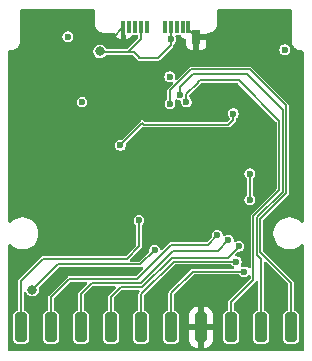
<source format=gbr>
%TF.GenerationSoftware,KiCad,Pcbnew,9.0.4*%
%TF.CreationDate,2025-09-16T12:11:03+02:00*%
%TF.ProjectId,rp2350_gpio_card,72703233-3530-45f6-9770-696f5f636172,X1*%
%TF.SameCoordinates,Original*%
%TF.FileFunction,Copper,L4,Bot*%
%TF.FilePolarity,Positive*%
%FSLAX46Y46*%
G04 Gerber Fmt 4.6, Leading zero omitted, Abs format (unit mm)*
G04 Created by KiCad (PCBNEW 9.0.4) date 2025-09-16 12:11:03*
%MOMM*%
%LPD*%
G01*
G04 APERTURE LIST*
G04 Aperture macros list*
%AMRoundRect*
0 Rectangle with rounded corners*
0 $1 Rounding radius*
0 $2 $3 $4 $5 $6 $7 $8 $9 X,Y pos of 4 corners*
0 Add a 4 corners polygon primitive as box body*
4,1,4,$2,$3,$4,$5,$6,$7,$8,$9,$2,$3,0*
0 Add four circle primitives for the rounded corners*
1,1,$1+$1,$2,$3*
1,1,$1+$1,$4,$5*
1,1,$1+$1,$6,$7*
1,1,$1+$1,$8,$9*
0 Add four rect primitives between the rounded corners*
20,1,$1+$1,$2,$3,$4,$5,0*
20,1,$1+$1,$4,$5,$6,$7,0*
20,1,$1+$1,$6,$7,$8,$9,0*
20,1,$1+$1,$8,$9,$2,$3,0*%
G04 Aperture macros list end*
%TA.AperFunction,SMDPad,CuDef*%
%ADD10R,0.380000X1.000000*%
%TD*%
%TA.AperFunction,SMDPad,CuDef*%
%ADD11R,0.700000X1.150000*%
%TD*%
%TA.AperFunction,ComponentPad*%
%ADD12C,0.600000*%
%TD*%
%TA.AperFunction,SMDPad,CuDef*%
%ADD13RoundRect,0.250000X-0.250000X1.000000X-0.250000X-1.000000X0.250000X-1.000000X0.250000X1.000000X0*%
%TD*%
%TA.AperFunction,ViaPad*%
%ADD14C,0.600000*%
%TD*%
%TA.AperFunction,ViaPad*%
%ADD15C,0.800000*%
%TD*%
%TA.AperFunction,Conductor*%
%ADD16C,0.152400*%
%TD*%
%TA.AperFunction,Conductor*%
%ADD17C,0.200000*%
%TD*%
G04 APERTURE END LIST*
D10*
%TO.P,P1,B1,GND*%
%TO.N,GND*%
X106305183Y-54186434D03*
%TO.P,P1,B2*%
%TO.N,N/C*%
X105805183Y-54186434D03*
%TO.P,P1,B3*%
X105305183Y-54186434D03*
%TO.P,P1,B4,VBUS*%
%TO.N,VBUS*%
X104805183Y-54186434D03*
%TO.P,P1,B5,VCONN*%
%TO.N,unconnected-(P1-VCONN-PadB5)*%
X104305183Y-54186434D03*
%TO.P,P1,B8*%
%TO.N,N/C*%
X102805183Y-54186434D03*
%TO.P,P1,B9,VBUS*%
%TO.N,VBUS*%
X102305183Y-54186434D03*
%TO.P,P1,B10*%
%TO.N,N/C*%
X101805183Y-54186434D03*
%TO.P,P1,B11*%
X101305183Y-54186434D03*
%TO.P,P1,B12,GND*%
%TO.N,GND*%
X100805183Y-54186434D03*
D11*
%TO.P,P1,S1,SHIELD*%
X106975183Y-55026434D03*
%TD*%
D12*
%TO.P,U1,61,GND*%
%TO.N,GND*%
X105380183Y-68171434D03*
X106755183Y-68171434D03*
X108130183Y-68171434D03*
X105380183Y-66796434D03*
X106755183Y-66796434D03*
X108130183Y-66796434D03*
X105380183Y-65421434D03*
X106755183Y-65421434D03*
X108130183Y-65421434D03*
%TD*%
D13*
%TO.P,J1,1,Pin_1*%
%TO.N,/QSPI_SS*%
X92125183Y-79600000D03*
%TO.P,J1,2,Pin_2*%
%TO.N,/GPIO9*%
X94665183Y-79600000D03*
%TO.P,J1,3,Pin_3*%
%TO.N,/GPIO10*%
X97205183Y-79600000D03*
%TO.P,J1,4,Pin_4*%
%TO.N,/GPIO11*%
X99745183Y-79600000D03*
%TO.P,J1,5,Pin_5*%
%TO.N,/GPIO12*%
X102285183Y-79600000D03*
%TO.P,J1,6,Pin_6*%
%TO.N,/GPIO13*%
X104825183Y-79600000D03*
%TO.P,J1,7,Pin_7*%
%TO.N,GND*%
X107365183Y-79600000D03*
%TO.P,J1,8,Pin_8*%
%TO.N,/GPIO27_ADC1*%
X109905183Y-79600000D03*
%TO.P,J1,9,Pin_9*%
%TO.N,/GPIO28_ADC2*%
X112445183Y-79600000D03*
%TO.P,J1,10,Pin_10*%
%TO.N,/GPIO29_ADC3*%
X114985183Y-79600000D03*
%TD*%
D14*
%TO.N,*%
X96090000Y-54990000D03*
X114460000Y-56080000D03*
X104710000Y-58370000D03*
X97300000Y-60530000D03*
%TO.N,+1V1*%
X110100000Y-61510000D03*
X100550000Y-64200000D03*
%TO.N,VBUS*%
X104805183Y-55220000D03*
D15*
X98800000Y-56246434D03*
D14*
%TO.N,/GPIO27_ADC1*%
X106140000Y-60530000D03*
%TO.N,/GPIO29_ADC3*%
X104755183Y-60670000D03*
%TO.N,/GPIO11*%
X110555183Y-72750000D03*
%TO.N,/QSPI_SS*%
X102130183Y-70540000D03*
%TO.N,/RUN*%
X111500000Y-66600000D03*
X111500000Y-68800000D03*
%TO.N,/GPIO10*%
X109680183Y-72205729D03*
%TO.N,/GPIO9*%
X108755502Y-71815683D03*
%TO.N,/GPIO28_ADC2*%
X105560000Y-59900000D03*
%TO.N,/GPIO0*%
X103434390Y-73064390D03*
D15*
X93100000Y-76400000D03*
D14*
%TO.N,/GPIO13*%
X111040000Y-74896434D03*
%TO.N,/GPIO12*%
X110370000Y-74046434D03*
D15*
%TO.N,GND*%
X97900000Y-55050000D03*
D14*
X103304724Y-72274724D03*
D15*
X96600000Y-70000000D03*
D14*
X109260000Y-61650000D03*
D15*
X109430000Y-55400000D03*
X112380000Y-57070000D03*
D14*
X103010000Y-59820000D03*
X106930000Y-60010000D03*
D15*
X98005183Y-69996434D03*
D14*
X101850000Y-62050000D03*
D15*
X92600000Y-65000000D03*
X93200000Y-68410000D03*
X113330000Y-75850000D03*
D14*
X115180000Y-67250000D03*
D15*
X106860000Y-57060000D03*
X92250000Y-67080000D03*
D14*
X100700000Y-62600000D03*
D15*
X99300000Y-70000000D03*
D14*
X113250000Y-64980000D03*
D15*
X97630183Y-57546434D03*
%TD*%
D16*
%TO.N,+1V1*%
X109670000Y-62440000D02*
X102547200Y-62440000D01*
X102547200Y-62440000D02*
X102407200Y-62300000D01*
X110100000Y-62010000D02*
X109670000Y-62440000D01*
X100550000Y-64150000D02*
X100550000Y-64200000D01*
X110100000Y-61510000D02*
X110100000Y-62010000D01*
X102407200Y-62300000D02*
X102400000Y-62300000D01*
X102400000Y-62300000D02*
X100550000Y-64150000D01*
X102407200Y-62300800D02*
X102407200Y-62300000D01*
%TO.N,VBUS*%
X104805183Y-55694817D02*
X104480000Y-56020000D01*
D17*
X102157706Y-56757706D02*
X102090000Y-56690000D01*
X102090000Y-56690000D02*
X101700000Y-56300000D01*
X102300000Y-55189634D02*
X102305183Y-55194817D01*
D16*
X104805183Y-54186434D02*
X104805183Y-55694817D01*
X102305183Y-54186434D02*
X102305183Y-54994817D01*
D17*
X103742294Y-56757706D02*
X102157706Y-56757706D01*
X98853566Y-56300000D02*
X98800000Y-56246434D01*
D16*
X102305183Y-54994817D02*
X102300000Y-55000000D01*
D17*
X101700000Y-56300000D02*
X98853566Y-56300000D01*
X102305183Y-55194817D02*
X101200000Y-56300000D01*
X102300000Y-55000000D02*
X102300000Y-55189634D01*
X103742294Y-56757706D02*
X104480000Y-56020000D01*
D16*
%TO.N,/GPIO27_ADC1*%
X107080000Y-58880000D02*
X107080000Y-58870000D01*
X109905183Y-77471434D02*
X109905183Y-80196434D01*
X107253566Y-58696434D02*
X110555183Y-58696434D01*
X113994383Y-62135634D02*
X113994383Y-68005617D01*
X107080000Y-58870000D02*
X107253566Y-58696434D01*
X111800000Y-70200000D02*
X111800000Y-75576617D01*
X111800000Y-75576617D02*
X109905183Y-77471434D01*
X113994383Y-68005617D02*
X111800000Y-70200000D01*
X106140000Y-60530000D02*
X106140000Y-59820000D01*
X106140000Y-59820000D02*
X107080000Y-58880000D01*
X110555183Y-58696434D02*
X113994383Y-62135634D01*
%TO.N,/GPIO29_ADC3*%
X111505183Y-57746434D02*
X114555183Y-60796434D01*
X112400000Y-70411288D02*
X112400000Y-73241251D01*
X104755183Y-59546434D02*
X106555183Y-57746434D01*
X112400000Y-73241251D02*
X114985183Y-75826434D01*
X106555183Y-57746434D02*
X111505183Y-57746434D01*
X114985183Y-75826434D02*
X114985183Y-80196434D01*
X114555183Y-60796434D02*
X114555183Y-68256105D01*
X104755183Y-60700000D02*
X104755183Y-60670000D01*
X114555183Y-68256105D02*
X112400000Y-70411288D01*
X104755183Y-60670000D02*
X104755183Y-59546434D01*
%TO.N,/GPIO11*%
X104906966Y-73693034D02*
X102403566Y-76196434D01*
X99745183Y-77006434D02*
X99745183Y-80196434D01*
X102403566Y-76196434D02*
X100555183Y-76196434D01*
X100555183Y-76196434D02*
X99745183Y-77006434D01*
X109633583Y-73693034D02*
X104906966Y-73693034D01*
X110555183Y-72771434D02*
X109633583Y-73693034D01*
%TO.N,/QSPI_SS*%
X92125183Y-75668728D02*
X92125183Y-80196434D01*
X101076617Y-73800000D02*
X93993911Y-73800000D01*
X93993911Y-73800000D02*
X92125183Y-75668728D01*
X102130183Y-70540000D02*
X102130183Y-72746434D01*
X102130183Y-72746434D02*
X101076617Y-73800000D01*
%TO.N,/RUN*%
X111500000Y-66570000D02*
X111500000Y-66600000D01*
X111500000Y-68800000D02*
X111500000Y-68272634D01*
X111500000Y-66600000D02*
X111500000Y-68800000D01*
%TO.N,/GPIO10*%
X97205183Y-76746434D02*
X97205183Y-80196434D01*
X109680183Y-72196434D02*
X109680183Y-72205729D01*
X109680183Y-72205729D02*
X108789478Y-73096434D01*
X108789478Y-73096434D02*
X105028720Y-73096434D01*
X105028720Y-73096434D02*
X102282120Y-75843034D01*
X98108583Y-75843034D02*
X97205183Y-76746434D01*
X102282120Y-75843034D02*
X98108583Y-75843034D01*
%TO.N,/GPIO9*%
X101955289Y-75500000D02*
X96201617Y-75500000D01*
X94665183Y-77036434D02*
X94665183Y-80196434D01*
X104855289Y-72600000D02*
X101955289Y-75500000D01*
X108755502Y-71815683D02*
X107971185Y-72600000D01*
X107971185Y-72600000D02*
X104855289Y-72600000D01*
X96201617Y-75500000D02*
X94665183Y-77036434D01*
%TO.N,/GPIO28_ADC2*%
X105560000Y-59900000D02*
X105430000Y-59770000D01*
X112119600Y-73510851D02*
X112119600Y-70295143D01*
X112119600Y-70295143D02*
X114274783Y-68139959D01*
X105580000Y-59220000D02*
X105580000Y-59880000D01*
X105580000Y-59880000D02*
X105560000Y-59900000D01*
X111255183Y-58146434D02*
X106653566Y-58146434D01*
X112445183Y-73836434D02*
X112119600Y-73510851D01*
X114274783Y-68139959D02*
X114274783Y-61166034D01*
X112445183Y-80196434D02*
X112445183Y-73836434D01*
X106653566Y-58146434D02*
X105580000Y-59220000D01*
X114274783Y-61166034D02*
X111255183Y-58146434D01*
%TO.N,/GPIO0*%
X95223166Y-74276834D02*
X93100000Y-76400000D01*
X102221946Y-74276834D02*
X95223166Y-74276834D01*
X103601588Y-72897192D02*
X103434390Y-73064390D01*
X103434390Y-73064390D02*
X102221946Y-74276834D01*
%TO.N,/GPIO13*%
X104825183Y-76726434D02*
X104825183Y-80196434D01*
X106655183Y-74896434D02*
X104825183Y-76726434D01*
X111055183Y-74896434D02*
X111040000Y-74896434D01*
X111040000Y-74896434D02*
X106655183Y-74896434D01*
%TO.N,/GPIO12*%
X102285183Y-80196434D02*
X102285183Y-76816434D01*
X102285183Y-76816434D02*
X105055183Y-74046434D01*
X110405183Y-74046434D02*
X110370000Y-74046434D01*
X110370000Y-74046434D02*
X105055183Y-74046434D01*
%TO.N,GND*%
X100805183Y-54214817D02*
X99930000Y-55090000D01*
X100805183Y-54186434D02*
X100805183Y-54214817D01*
X106305183Y-54356434D02*
X106975183Y-55026434D01*
X106305183Y-54186434D02*
X106305183Y-54356434D01*
%TD*%
%TA.AperFunction,Conductor*%
%TO.N,GND*%
G36*
X98297722Y-52666619D02*
G01*
X98343477Y-52719423D01*
X98354683Y-52770934D01*
X98354683Y-53772451D01*
X98354674Y-53772589D01*
X98354676Y-53795111D01*
X98354660Y-53795165D01*
X98354675Y-53925328D01*
X98354675Y-53925329D01*
X98385450Y-54079969D01*
X98385450Y-54079971D01*
X98445796Y-54225632D01*
X98445797Y-54225634D01*
X98445799Y-54225638D01*
X98533405Y-54356735D01*
X98533407Y-54356737D01*
X98533408Y-54356738D01*
X98533410Y-54356741D01*
X98629169Y-54452493D01*
X98644901Y-54468224D01*
X98776003Y-54555822D01*
X98921674Y-54616164D01*
X99076317Y-54646930D01*
X99080000Y-54646930D01*
X99089279Y-54646930D01*
X99089291Y-54646934D01*
X99155154Y-54646934D01*
X99155157Y-54646934D01*
X99221047Y-54646938D01*
X99221051Y-54646936D01*
X99229099Y-54646937D01*
X99229162Y-54646934D01*
X99994411Y-54646934D01*
X100061450Y-54666619D01*
X100107205Y-54719423D01*
X100117700Y-54757678D01*
X100121584Y-54793806D01*
X100121586Y-54793813D01*
X100171828Y-54928520D01*
X100171832Y-54928527D01*
X100257992Y-55043621D01*
X100257995Y-55043624D01*
X100373089Y-55129784D01*
X100373096Y-55129788D01*
X100507803Y-55180030D01*
X100507810Y-55180032D01*
X100567338Y-55186433D01*
X100567355Y-55186434D01*
X100615183Y-55186434D01*
X100615183Y-54601472D01*
X100615732Y-54599600D01*
X100615240Y-54597714D01*
X100625536Y-54566211D01*
X100634868Y-54534433D01*
X100636532Y-54532569D01*
X100636947Y-54531302D01*
X100643044Y-54525280D01*
X100660858Y-54505341D01*
X100665411Y-54501630D01*
X100715427Y-54468217D01*
X100755076Y-54428574D01*
X100759958Y-54424597D01*
X100786579Y-54413401D01*
X100811933Y-54399560D01*
X100818394Y-54400022D01*
X100824364Y-54397512D01*
X100852811Y-54402486D01*
X100881624Y-54404549D01*
X100886809Y-54408431D01*
X100893190Y-54409547D01*
X100914433Y-54429113D01*
X100937555Y-54446424D01*
X100939818Y-54452493D01*
X100944582Y-54456881D01*
X100951874Y-54484823D01*
X100961968Y-54511890D01*
X100962283Y-54520727D01*
X100962283Y-54701488D01*
X100971155Y-54746091D01*
X100971155Y-54746093D01*
X100974283Y-54750773D01*
X100995163Y-54817449D01*
X100995183Y-54819666D01*
X100995183Y-55186434D01*
X101043011Y-55186434D01*
X101043027Y-55186433D01*
X101102555Y-55180032D01*
X101102562Y-55180030D01*
X101237269Y-55129788D01*
X101237276Y-55129784D01*
X101352370Y-55043624D01*
X101352373Y-55043621D01*
X101438533Y-54928527D01*
X101443785Y-54914446D01*
X101485655Y-54858511D01*
X101551118Y-54834091D01*
X101584164Y-54836158D01*
X101600126Y-54839334D01*
X101923100Y-54839333D01*
X101931786Y-54841883D01*
X101940747Y-54840595D01*
X101964783Y-54851572D01*
X101990139Y-54859017D01*
X101996067Y-54865859D01*
X102004303Y-54869620D01*
X102018589Y-54891851D01*
X102035894Y-54911821D01*
X102038181Y-54922336D01*
X102042077Y-54928398D01*
X102047100Y-54963333D01*
X102047100Y-55043884D01*
X102027415Y-55110923D01*
X102010781Y-55131565D01*
X101131565Y-56010781D01*
X101070242Y-56044266D01*
X101043884Y-56047100D01*
X99394940Y-56047100D01*
X99327901Y-56027415D01*
X99287553Y-55985100D01*
X99242432Y-55906948D01*
X99242428Y-55906943D01*
X99139490Y-55804005D01*
X99139485Y-55804001D01*
X99013413Y-55731214D01*
X99013412Y-55731213D01*
X99013411Y-55731213D01*
X98872791Y-55693534D01*
X98727209Y-55693534D01*
X98586589Y-55731213D01*
X98586587Y-55731214D01*
X98586586Y-55731214D01*
X98460514Y-55804001D01*
X98460509Y-55804005D01*
X98357571Y-55906943D01*
X98357567Y-55906948D01*
X98284780Y-56033020D01*
X98284780Y-56033021D01*
X98284779Y-56033023D01*
X98247100Y-56173643D01*
X98247100Y-56319225D01*
X98284779Y-56459845D01*
X98284780Y-56459846D01*
X98284780Y-56459847D01*
X98357567Y-56585919D01*
X98357569Y-56585922D01*
X98357570Y-56585923D01*
X98460511Y-56688864D01*
X98586589Y-56761655D01*
X98727209Y-56799334D01*
X98727211Y-56799334D01*
X98872788Y-56799334D01*
X98872791Y-56799334D01*
X99013411Y-56761655D01*
X99139489Y-56688864D01*
X99239134Y-56589219D01*
X99300457Y-56555734D01*
X99326815Y-56552900D01*
X101149693Y-56552900D01*
X101149695Y-56552901D01*
X101250305Y-56552901D01*
X101250307Y-56552900D01*
X101543884Y-56552900D01*
X101610923Y-56572585D01*
X101631565Y-56589219D01*
X101936236Y-56893891D01*
X101936239Y-56893895D01*
X101943307Y-56900963D01*
X102014449Y-56972105D01*
X102068899Y-56994658D01*
X102107401Y-57010607D01*
X102208011Y-57010607D01*
X102208013Y-57010606D01*
X103677547Y-57010606D01*
X103677555Y-57010607D01*
X103691989Y-57010607D01*
X103792599Y-57010607D01*
X103819823Y-56999329D01*
X103831101Y-56994658D01*
X103831103Y-56994656D01*
X103885551Y-56972105D01*
X103956693Y-56900963D01*
X103956693Y-56900960D01*
X103968608Y-56889046D01*
X103968611Y-56889041D01*
X104694398Y-56163256D01*
X104708759Y-56128583D01*
X104735634Y-56088361D01*
X104999405Y-55824592D01*
X105028956Y-55753248D01*
X105034283Y-55740388D01*
X105034283Y-55673516D01*
X105035218Y-55665947D01*
X105046188Y-55640601D01*
X105053968Y-55614109D01*
X105060933Y-55606538D01*
X105062973Y-55601826D01*
X105068974Y-55597797D01*
X105077690Y-55588324D01*
X105077523Y-55588157D01*
X105081548Y-55584131D01*
X105082803Y-55582768D01*
X105083263Y-55582413D01*
X105083270Y-55582410D01*
X105167593Y-55498087D01*
X105227219Y-55394813D01*
X105258083Y-55279625D01*
X105258083Y-55160375D01*
X105227219Y-55045187D01*
X105215756Y-55025333D01*
X105214689Y-55020934D01*
X105211642Y-55017587D01*
X105206527Y-54987296D01*
X105199283Y-54957436D01*
X105200763Y-54953157D01*
X105200010Y-54948693D01*
X105212086Y-54920439D01*
X105222134Y-54891408D01*
X105225692Y-54888609D01*
X105227472Y-54884446D01*
X105252907Y-54867206D01*
X105277054Y-54848217D01*
X105282609Y-54847075D01*
X105285309Y-54845246D01*
X105311228Y-54841195D01*
X105320111Y-54839370D01*
X105321604Y-54839333D01*
X105510239Y-54839333D01*
X105536689Y-54834072D01*
X105547364Y-54833811D01*
X105571209Y-54840183D01*
X105595794Y-54842383D01*
X105604371Y-54849045D01*
X105614864Y-54851850D01*
X105631478Y-54870102D01*
X105650972Y-54885245D01*
X105659095Y-54900441D01*
X105661897Y-54903520D01*
X105662430Y-54906682D01*
X105666577Y-54914439D01*
X105671831Y-54928525D01*
X105671831Y-54928526D01*
X105757992Y-55043621D01*
X105757995Y-55043624D01*
X105873089Y-55129784D01*
X105873096Y-55129788D01*
X106007803Y-55180030D01*
X106007802Y-55180030D01*
X106014438Y-55180744D01*
X106078989Y-55207482D01*
X106118837Y-55264875D01*
X106125183Y-55304034D01*
X106125183Y-55649278D01*
X106131584Y-55708806D01*
X106131586Y-55708813D01*
X106181828Y-55843520D01*
X106181832Y-55843527D01*
X106267992Y-55958621D01*
X106267995Y-55958624D01*
X106383089Y-56044784D01*
X106383096Y-56044788D01*
X106517803Y-56095030D01*
X106517810Y-56095032D01*
X106577338Y-56101433D01*
X106577355Y-56101434D01*
X106725183Y-56101434D01*
X107225183Y-56101434D01*
X107373011Y-56101434D01*
X107373027Y-56101433D01*
X107432555Y-56095032D01*
X107432562Y-56095030D01*
X107567269Y-56044788D01*
X107567276Y-56044784D01*
X107599882Y-56020375D01*
X114007100Y-56020375D01*
X114007100Y-56139625D01*
X114016701Y-56175456D01*
X114037964Y-56254814D01*
X114067777Y-56306450D01*
X114097590Y-56358087D01*
X114181913Y-56442410D01*
X114285187Y-56502036D01*
X114400375Y-56532900D01*
X114400377Y-56532900D01*
X114519623Y-56532900D01*
X114519625Y-56532900D01*
X114634813Y-56502036D01*
X114738087Y-56442410D01*
X114822410Y-56358087D01*
X114882036Y-56254813D01*
X114912900Y-56139625D01*
X114912900Y-56020375D01*
X114882036Y-55905187D01*
X114822410Y-55801913D01*
X114738087Y-55717590D01*
X114652274Y-55668045D01*
X114634814Y-55657964D01*
X114570012Y-55640601D01*
X114519625Y-55627100D01*
X114400375Y-55627100D01*
X114285185Y-55657964D01*
X114181913Y-55717590D01*
X114181910Y-55717592D01*
X114097592Y-55801910D01*
X114097590Y-55801913D01*
X114037964Y-55905185D01*
X114016552Y-55985100D01*
X114007100Y-56020375D01*
X107599882Y-56020375D01*
X107682370Y-55958624D01*
X107682373Y-55958621D01*
X107697858Y-55937937D01*
X107768533Y-55843527D01*
X107768537Y-55843520D01*
X107818779Y-55708813D01*
X107818781Y-55708806D01*
X107825182Y-55649278D01*
X107825183Y-55649261D01*
X107825183Y-55276434D01*
X107225183Y-55276434D01*
X107225183Y-56101434D01*
X106725183Y-56101434D01*
X106725183Y-55150434D01*
X106744868Y-55083395D01*
X106797672Y-55037640D01*
X106849183Y-55026434D01*
X106975183Y-55026434D01*
X106975183Y-54900434D01*
X106994868Y-54833395D01*
X107047672Y-54787640D01*
X107099183Y-54776434D01*
X107825183Y-54776434D01*
X107825183Y-54770934D01*
X107827723Y-54762282D01*
X107826435Y-54753359D01*
X107837413Y-54729282D01*
X107844868Y-54703895D01*
X107851681Y-54697990D01*
X107855423Y-54689786D01*
X107877677Y-54675465D01*
X107897672Y-54658140D01*
X107908148Y-54655857D01*
X107914179Y-54651977D01*
X107948970Y-54646964D01*
X107949111Y-54646934D01*
X107955155Y-54646934D01*
X108021075Y-54646934D01*
X108021231Y-54646891D01*
X108028561Y-54646887D01*
X108029545Y-54646887D01*
X108029558Y-54646891D01*
X108029615Y-54646887D01*
X108033992Y-54646888D01*
X108188640Y-54616136D01*
X108334318Y-54555807D01*
X108465427Y-54468217D01*
X108576930Y-54356733D01*
X108664542Y-54225639D01*
X108712264Y-54110461D01*
X108724896Y-54079974D01*
X108724896Y-54079973D01*
X108724897Y-54079971D01*
X108755674Y-53925329D01*
X108755675Y-53912354D01*
X108755683Y-53912326D01*
X108755683Y-53846377D01*
X108755691Y-53780599D01*
X108755690Y-53780595D01*
X108755691Y-53772589D01*
X108755683Y-53772451D01*
X108755683Y-52770934D01*
X108775368Y-52703895D01*
X108828172Y-52658140D01*
X108879683Y-52646934D01*
X114930683Y-52646934D01*
X114997722Y-52666619D01*
X115043477Y-52719423D01*
X115054683Y-52770934D01*
X115054683Y-55272489D01*
X115054680Y-55280578D01*
X115054675Y-55280599D01*
X115054676Y-55293375D01*
X115054676Y-55295160D01*
X115054660Y-55295214D01*
X115054675Y-55425328D01*
X115054675Y-55425329D01*
X115085450Y-55579969D01*
X115085450Y-55579971D01*
X115145796Y-55725632D01*
X115145797Y-55725634D01*
X115145799Y-55725638D01*
X115233405Y-55856735D01*
X115233407Y-55856737D01*
X115233408Y-55856738D01*
X115233410Y-55856741D01*
X115335297Y-55958621D01*
X115344901Y-55968224D01*
X115476003Y-56055822D01*
X115621674Y-56116164D01*
X115776317Y-56146930D01*
X115780000Y-56146930D01*
X115789279Y-56146930D01*
X115789291Y-56146934D01*
X115855154Y-56146934D01*
X115855157Y-56146934D01*
X115921047Y-56146938D01*
X115921051Y-56146936D01*
X115929099Y-56146937D01*
X115929162Y-56146934D01*
X115930683Y-56146934D01*
X115997722Y-56166619D01*
X116043477Y-56219423D01*
X116054683Y-56270934D01*
X116054683Y-70636676D01*
X116034998Y-70703715D01*
X115982194Y-70749470D01*
X115913036Y-70759414D01*
X115849480Y-70730389D01*
X115843002Y-70724357D01*
X115734969Y-70616324D01*
X115563003Y-70491385D01*
X115373597Y-70394878D01*
X115373596Y-70394877D01*
X115373595Y-70394877D01*
X115171426Y-70329188D01*
X115171424Y-70329187D01*
X115171423Y-70329187D01*
X115010140Y-70303642D01*
X114961470Y-70295934D01*
X114748896Y-70295934D01*
X114700225Y-70303642D01*
X114538943Y-70329187D01*
X114336768Y-70394878D01*
X114147362Y-70491385D01*
X113975396Y-70616324D01*
X113825073Y-70766647D01*
X113700134Y-70938613D01*
X113603627Y-71128019D01*
X113537936Y-71330194D01*
X113504683Y-71540147D01*
X113504683Y-71752720D01*
X113535128Y-71944945D01*
X113537937Y-71962677D01*
X113597536Y-72146104D01*
X113603627Y-72164848D01*
X113700134Y-72354254D01*
X113825073Y-72526220D01*
X113975396Y-72676543D01*
X114147362Y-72801482D01*
X114147364Y-72801483D01*
X114147367Y-72801485D01*
X114336771Y-72897991D01*
X114538940Y-72963680D01*
X114748896Y-72996934D01*
X114748897Y-72996934D01*
X114961469Y-72996934D01*
X114961470Y-72996934D01*
X115171426Y-72963680D01*
X115373595Y-72897991D01*
X115562999Y-72801485D01*
X115667327Y-72725687D01*
X115734969Y-72676543D01*
X115734971Y-72676540D01*
X115734975Y-72676538D01*
X115843002Y-72568511D01*
X115904325Y-72535026D01*
X115974017Y-72540010D01*
X116029950Y-72581882D01*
X116054367Y-72647346D01*
X116054683Y-72656192D01*
X116054683Y-81521934D01*
X116034998Y-81588973D01*
X115982194Y-81634728D01*
X115930683Y-81645934D01*
X91179683Y-81645934D01*
X91112644Y-81626249D01*
X91066889Y-81573445D01*
X91055683Y-81521934D01*
X91055683Y-78568286D01*
X91472283Y-78568286D01*
X91472283Y-80631713D01*
X91487224Y-80726050D01*
X91487225Y-80726053D01*
X91487226Y-80726055D01*
X91500801Y-80752697D01*
X91545168Y-80839772D01*
X91545171Y-80839776D01*
X91635406Y-80930011D01*
X91635410Y-80930014D01*
X91635412Y-80930016D01*
X91749128Y-80987957D01*
X91749130Y-80987957D01*
X91749132Y-80987958D01*
X91843470Y-81002900D01*
X91843475Y-81002900D01*
X92406896Y-81002900D01*
X92501233Y-80987958D01*
X92501233Y-80987957D01*
X92501238Y-80987957D01*
X92614954Y-80930016D01*
X92705199Y-80839771D01*
X92763140Y-80726055D01*
X92763141Y-80726050D01*
X92778083Y-80631713D01*
X92778083Y-78568286D01*
X92763141Y-78473949D01*
X92763140Y-78473947D01*
X92763140Y-78473945D01*
X92705199Y-78360229D01*
X92705197Y-78360227D01*
X92705194Y-78360223D01*
X92614959Y-78269988D01*
X92614955Y-78269985D01*
X92614954Y-78269984D01*
X92501238Y-78212043D01*
X92501237Y-78212042D01*
X92501234Y-78212041D01*
X92458884Y-78205334D01*
X92395750Y-78175404D01*
X92358819Y-78116093D01*
X92354283Y-78082861D01*
X92354283Y-76676954D01*
X92373968Y-76609915D01*
X92426772Y-76564160D01*
X92495930Y-76554216D01*
X92559486Y-76583241D01*
X92585669Y-76614953D01*
X92586654Y-76616658D01*
X92657567Y-76739485D01*
X92657570Y-76739489D01*
X92760511Y-76842430D01*
X92760512Y-76842431D01*
X92760514Y-76842432D01*
X92819799Y-76876660D01*
X92886589Y-76915221D01*
X93027209Y-76952900D01*
X93027211Y-76952900D01*
X93172788Y-76952900D01*
X93172791Y-76952900D01*
X93313411Y-76915221D01*
X93439489Y-76842430D01*
X93542430Y-76739489D01*
X93615221Y-76613411D01*
X93652900Y-76472791D01*
X93652900Y-76327209D01*
X93638438Y-76273236D01*
X93640101Y-76203387D01*
X93670530Y-76153465D01*
X95281744Y-74542253D01*
X95343067Y-74508768D01*
X95369425Y-74505934D01*
X102267515Y-74505934D01*
X102267516Y-74505934D01*
X102267517Y-74505934D01*
X102292179Y-74495718D01*
X102302464Y-74491457D01*
X102337151Y-74487731D01*
X102371917Y-74483992D01*
X102371924Y-74483995D01*
X102371931Y-74483995D01*
X102399741Y-74497918D01*
X102434398Y-74515264D01*
X102434402Y-74515271D01*
X102434408Y-74515274D01*
X102449871Y-74541341D01*
X102470053Y-74575352D01*
X102470052Y-74575360D01*
X102470056Y-74575366D01*
X102468809Y-74610213D01*
X102467562Y-74645177D01*
X102467558Y-74645183D01*
X102467558Y-74645191D01*
X102467515Y-74645251D01*
X102437587Y-74693704D01*
X101896711Y-75234581D01*
X101835388Y-75268066D01*
X101809030Y-75270900D01*
X96156045Y-75270900D01*
X96138607Y-75278123D01*
X96121168Y-75285347D01*
X96071842Y-75305778D01*
X96071841Y-75305779D01*
X94470963Y-76906656D01*
X94470960Y-76906661D01*
X94451809Y-76952898D01*
X94451808Y-76952901D01*
X94436083Y-76990862D01*
X94436083Y-78082861D01*
X94416398Y-78149900D01*
X94363594Y-78195655D01*
X94331482Y-78205334D01*
X94289131Y-78212041D01*
X94175410Y-78269985D01*
X94175406Y-78269988D01*
X94085171Y-78360223D01*
X94085168Y-78360227D01*
X94027224Y-78473949D01*
X94012283Y-78568286D01*
X94012283Y-80631713D01*
X94027224Y-80726050D01*
X94027225Y-80726053D01*
X94027226Y-80726055D01*
X94040801Y-80752697D01*
X94085168Y-80839772D01*
X94085171Y-80839776D01*
X94175406Y-80930011D01*
X94175410Y-80930014D01*
X94175412Y-80930016D01*
X94289128Y-80987957D01*
X94289130Y-80987957D01*
X94289132Y-80987958D01*
X94383470Y-81002900D01*
X94383475Y-81002900D01*
X94946896Y-81002900D01*
X95041233Y-80987958D01*
X95041233Y-80987957D01*
X95041238Y-80987957D01*
X95154954Y-80930016D01*
X95245199Y-80839771D01*
X95303140Y-80726055D01*
X95303141Y-80726050D01*
X95318083Y-80631713D01*
X95318083Y-78568286D01*
X95303141Y-78473949D01*
X95303140Y-78473947D01*
X95303140Y-78473945D01*
X95245199Y-78360229D01*
X95245197Y-78360227D01*
X95245194Y-78360223D01*
X95154959Y-78269988D01*
X95154955Y-78269985D01*
X95154954Y-78269984D01*
X95041238Y-78212043D01*
X95041237Y-78212042D01*
X95041234Y-78212041D01*
X94998884Y-78205334D01*
X94935750Y-78175404D01*
X94898819Y-78116093D01*
X94894283Y-78082861D01*
X94894283Y-77182692D01*
X94913968Y-77115653D01*
X94930602Y-77095011D01*
X96260194Y-75765419D01*
X96321517Y-75731934D01*
X96347875Y-75729100D01*
X97599159Y-75729100D01*
X97666198Y-75748785D01*
X97711953Y-75801589D01*
X97721897Y-75870747D01*
X97692872Y-75934303D01*
X97686840Y-75940781D01*
X97010962Y-76616656D01*
X97010961Y-76616658D01*
X96986296Y-76676203D01*
X96976083Y-76700862D01*
X96976083Y-78082861D01*
X96956398Y-78149900D01*
X96903594Y-78195655D01*
X96871482Y-78205334D01*
X96829131Y-78212041D01*
X96715410Y-78269985D01*
X96715406Y-78269988D01*
X96625171Y-78360223D01*
X96625168Y-78360227D01*
X96567224Y-78473949D01*
X96552283Y-78568286D01*
X96552283Y-80631713D01*
X96567224Y-80726050D01*
X96567225Y-80726053D01*
X96567226Y-80726055D01*
X96580801Y-80752697D01*
X96625168Y-80839772D01*
X96625171Y-80839776D01*
X96715406Y-80930011D01*
X96715410Y-80930014D01*
X96715412Y-80930016D01*
X96829128Y-80987957D01*
X96829130Y-80987957D01*
X96829132Y-80987958D01*
X96923470Y-81002900D01*
X96923475Y-81002900D01*
X97486896Y-81002900D01*
X97581233Y-80987958D01*
X97581233Y-80987957D01*
X97581238Y-80987957D01*
X97694954Y-80930016D01*
X97785199Y-80839771D01*
X97843140Y-80726055D01*
X97843141Y-80726050D01*
X97858083Y-80631713D01*
X97858083Y-78568286D01*
X97843141Y-78473949D01*
X97843140Y-78473947D01*
X97843140Y-78473945D01*
X97785199Y-78360229D01*
X97785197Y-78360227D01*
X97785194Y-78360223D01*
X97694959Y-78269988D01*
X97694955Y-78269985D01*
X97694954Y-78269984D01*
X97581238Y-78212043D01*
X97581237Y-78212042D01*
X97581234Y-78212041D01*
X97538884Y-78205334D01*
X97475750Y-78175404D01*
X97438819Y-78116093D01*
X97434283Y-78082861D01*
X97434283Y-76892692D01*
X97453968Y-76825653D01*
X97470602Y-76805011D01*
X98167160Y-76108453D01*
X98228483Y-76074968D01*
X98254841Y-76072134D01*
X100056124Y-76072134D01*
X100123163Y-76091819D01*
X100168918Y-76144623D01*
X100178862Y-76213781D01*
X100149837Y-76277337D01*
X100143805Y-76283815D01*
X99550962Y-76876657D01*
X99550960Y-76876660D01*
X99526296Y-76936203D01*
X99516083Y-76960862D01*
X99516083Y-78082861D01*
X99496398Y-78149900D01*
X99443594Y-78195655D01*
X99411482Y-78205334D01*
X99369131Y-78212041D01*
X99255410Y-78269985D01*
X99255406Y-78269988D01*
X99165171Y-78360223D01*
X99165168Y-78360227D01*
X99107224Y-78473949D01*
X99092283Y-78568286D01*
X99092283Y-80631713D01*
X99107224Y-80726050D01*
X99107225Y-80726053D01*
X99107226Y-80726055D01*
X99120801Y-80752697D01*
X99165168Y-80839772D01*
X99165171Y-80839776D01*
X99255406Y-80930011D01*
X99255410Y-80930014D01*
X99255412Y-80930016D01*
X99369128Y-80987957D01*
X99369130Y-80987957D01*
X99369132Y-80987958D01*
X99463470Y-81002900D01*
X99463475Y-81002900D01*
X100026896Y-81002900D01*
X100121233Y-80987958D01*
X100121233Y-80987957D01*
X100121238Y-80987957D01*
X100234954Y-80930016D01*
X100325199Y-80839771D01*
X100383140Y-80726055D01*
X100383141Y-80726050D01*
X100398083Y-80631713D01*
X100398083Y-78568286D01*
X100383141Y-78473949D01*
X100383140Y-78473947D01*
X100383140Y-78473945D01*
X100325199Y-78360229D01*
X100325197Y-78360227D01*
X100325194Y-78360223D01*
X100234959Y-78269988D01*
X100234955Y-78269985D01*
X100234954Y-78269984D01*
X100121238Y-78212043D01*
X100121237Y-78212042D01*
X100121234Y-78212041D01*
X100078884Y-78205334D01*
X100015750Y-78175404D01*
X99978819Y-78116093D01*
X99974283Y-78082861D01*
X99974283Y-77152693D01*
X99993968Y-77085654D01*
X100010602Y-77065012D01*
X100613761Y-76461853D01*
X100675084Y-76428368D01*
X100701442Y-76425534D01*
X102052724Y-76425534D01*
X102119763Y-76445219D01*
X102165518Y-76498023D01*
X102175462Y-76567181D01*
X102154826Y-76619898D01*
X102148405Y-76629214D01*
X102090961Y-76686659D01*
X102069079Y-76739489D01*
X102064062Y-76751599D01*
X102064060Y-76751603D01*
X102056083Y-76770862D01*
X102056083Y-78082861D01*
X102036398Y-78149900D01*
X101983594Y-78195655D01*
X101951482Y-78205334D01*
X101909131Y-78212041D01*
X101795410Y-78269985D01*
X101795406Y-78269988D01*
X101705171Y-78360223D01*
X101705168Y-78360227D01*
X101647224Y-78473949D01*
X101632283Y-78568286D01*
X101632283Y-80631713D01*
X101647224Y-80726050D01*
X101647225Y-80726053D01*
X101647226Y-80726055D01*
X101660801Y-80752697D01*
X101705168Y-80839772D01*
X101705171Y-80839776D01*
X101795406Y-80930011D01*
X101795410Y-80930014D01*
X101795412Y-80930016D01*
X101909128Y-80987957D01*
X101909130Y-80987957D01*
X101909132Y-80987958D01*
X102003470Y-81002900D01*
X102003475Y-81002900D01*
X102566896Y-81002900D01*
X102661233Y-80987958D01*
X102661233Y-80987957D01*
X102661238Y-80987957D01*
X102774954Y-80930016D01*
X102865199Y-80839771D01*
X102923140Y-80726055D01*
X102923141Y-80726050D01*
X102938083Y-80631713D01*
X102938083Y-78568286D01*
X102923141Y-78473949D01*
X102923140Y-78473947D01*
X102923140Y-78473945D01*
X102865199Y-78360229D01*
X102865197Y-78360227D01*
X102865194Y-78360223D01*
X102774959Y-78269988D01*
X102774955Y-78269985D01*
X102774954Y-78269984D01*
X102661238Y-78212043D01*
X102661237Y-78212042D01*
X102661234Y-78212041D01*
X102618884Y-78205334D01*
X102555750Y-78175404D01*
X102518819Y-78116093D01*
X102514283Y-78082861D01*
X102514283Y-76962692D01*
X102533968Y-76895653D01*
X102550602Y-76875011D01*
X105113760Y-74311853D01*
X105175083Y-74278368D01*
X105201441Y-74275534D01*
X109908851Y-74275534D01*
X109975890Y-74295219D01*
X109989483Y-74305330D01*
X110003375Y-74317220D01*
X110007590Y-74324521D01*
X110091913Y-74408844D01*
X110148779Y-74441676D01*
X110157488Y-74449130D01*
X110170552Y-74469188D01*
X110187072Y-74486515D01*
X110189272Y-74497932D01*
X110195619Y-74507677D01*
X110195764Y-74531617D01*
X110200294Y-74555122D01*
X110195972Y-74565916D01*
X110196043Y-74577546D01*
X110183222Y-74597763D01*
X110174326Y-74619986D01*
X110164853Y-74626731D01*
X110158626Y-74636552D01*
X110136912Y-74646628D01*
X110117412Y-74660514D01*
X110101064Y-74663263D01*
X110095248Y-74665962D01*
X110089619Y-74665187D01*
X110076856Y-74667334D01*
X106609611Y-74667334D01*
X106592173Y-74674557D01*
X106574734Y-74681781D01*
X106525408Y-74702212D01*
X106525407Y-74702213D01*
X104630963Y-76596656D01*
X104630961Y-76596658D01*
X104630961Y-76596659D01*
X104621336Y-76619898D01*
X104617525Y-76629098D01*
X104617524Y-76629101D01*
X104596083Y-76680862D01*
X104596083Y-78082861D01*
X104576398Y-78149900D01*
X104523594Y-78195655D01*
X104491482Y-78205334D01*
X104449131Y-78212041D01*
X104335410Y-78269985D01*
X104335406Y-78269988D01*
X104245171Y-78360223D01*
X104245168Y-78360227D01*
X104187224Y-78473949D01*
X104172283Y-78568286D01*
X104172283Y-80631713D01*
X104187224Y-80726050D01*
X104187225Y-80726053D01*
X104187226Y-80726055D01*
X104200801Y-80752697D01*
X104245168Y-80839772D01*
X104245171Y-80839776D01*
X104335406Y-80930011D01*
X104335410Y-80930014D01*
X104335412Y-80930016D01*
X104449128Y-80987957D01*
X104449130Y-80987957D01*
X104449132Y-80987958D01*
X104543470Y-81002900D01*
X104543475Y-81002900D01*
X105106896Y-81002900D01*
X105201233Y-80987958D01*
X105201233Y-80987957D01*
X105201238Y-80987957D01*
X105314954Y-80930016D01*
X105405199Y-80839771D01*
X105463140Y-80726055D01*
X105463141Y-80726050D01*
X105475189Y-80649986D01*
X106365184Y-80649986D01*
X106375677Y-80752697D01*
X106430824Y-80919119D01*
X106430826Y-80919124D01*
X106522867Y-81068345D01*
X106646837Y-81192315D01*
X106796058Y-81284356D01*
X106796063Y-81284358D01*
X106962485Y-81339505D01*
X106962492Y-81339506D01*
X107065202Y-81349999D01*
X107615183Y-81349999D01*
X107665155Y-81349999D01*
X107665169Y-81349998D01*
X107767880Y-81339505D01*
X107934302Y-81284358D01*
X107934307Y-81284356D01*
X108083528Y-81192315D01*
X108207498Y-81068345D01*
X108299539Y-80919124D01*
X108299541Y-80919119D01*
X108354688Y-80752697D01*
X108354689Y-80752690D01*
X108365182Y-80649986D01*
X108365183Y-80649973D01*
X108365183Y-79850000D01*
X107615183Y-79850000D01*
X107615183Y-81349999D01*
X107065202Y-81349999D01*
X107115182Y-81349998D01*
X107115183Y-81349998D01*
X107115183Y-79850000D01*
X106365184Y-79850000D01*
X106365184Y-80649986D01*
X105475189Y-80649986D01*
X105478083Y-80631713D01*
X105478083Y-78568287D01*
X105477763Y-78566268D01*
X105477763Y-78566266D01*
X105477762Y-78566262D01*
X105475188Y-78550013D01*
X106365183Y-78550013D01*
X106365183Y-79350000D01*
X107115183Y-79350000D01*
X107615183Y-79350000D01*
X108365182Y-79350000D01*
X108365182Y-78550028D01*
X108365181Y-78550013D01*
X108354688Y-78447302D01*
X108299541Y-78280880D01*
X108299539Y-78280875D01*
X108207498Y-78131654D01*
X108083528Y-78007684D01*
X107934307Y-77915643D01*
X107934302Y-77915641D01*
X107767880Y-77860494D01*
X107767873Y-77860493D01*
X107665169Y-77850000D01*
X107615183Y-77850000D01*
X107615183Y-79350000D01*
X107115183Y-79350000D01*
X107115183Y-77850000D01*
X107115182Y-77849999D01*
X107065212Y-77850000D01*
X107065194Y-77850001D01*
X106962485Y-77860494D01*
X106796063Y-77915641D01*
X106796058Y-77915643D01*
X106646837Y-78007684D01*
X106522867Y-78131654D01*
X106430826Y-78280875D01*
X106430824Y-78280880D01*
X106375677Y-78447302D01*
X106375676Y-78447309D01*
X106365183Y-78550013D01*
X105475188Y-78550013D01*
X105463141Y-78473949D01*
X105463140Y-78473947D01*
X105463140Y-78473945D01*
X105405199Y-78360229D01*
X105405197Y-78360227D01*
X105405194Y-78360223D01*
X105314959Y-78269988D01*
X105314955Y-78269985D01*
X105314954Y-78269984D01*
X105201238Y-78212043D01*
X105201237Y-78212042D01*
X105201234Y-78212041D01*
X105158884Y-78205334D01*
X105095750Y-78175404D01*
X105058819Y-78116093D01*
X105054283Y-78082861D01*
X105054283Y-76872692D01*
X105073968Y-76805653D01*
X105090602Y-76785011D01*
X106713760Y-75161853D01*
X106775083Y-75128368D01*
X106801441Y-75125534D01*
X110578851Y-75125534D01*
X110645890Y-75145219D01*
X110671676Y-75168940D01*
X110671843Y-75168774D01*
X110675838Y-75172769D01*
X110677225Y-75174045D01*
X110677589Y-75174519D01*
X110677590Y-75174521D01*
X110761913Y-75258844D01*
X110865187Y-75318470D01*
X110980375Y-75349334D01*
X110980377Y-75349334D01*
X111099623Y-75349334D01*
X111099625Y-75349334D01*
X111214813Y-75318470D01*
X111318087Y-75258844D01*
X111359219Y-75217712D01*
X111378655Y-75207099D01*
X111395389Y-75192599D01*
X111408720Y-75190682D01*
X111420542Y-75184227D01*
X111442628Y-75185806D01*
X111464547Y-75182655D01*
X111476798Y-75188250D01*
X111490234Y-75189211D01*
X111507960Y-75202481D01*
X111528103Y-75211680D01*
X111535385Y-75223011D01*
X111546167Y-75231083D01*
X111553904Y-75251828D01*
X111565877Y-75270458D01*
X111569028Y-75292376D01*
X111570584Y-75296547D01*
X111570900Y-75305393D01*
X111570900Y-75430358D01*
X111551215Y-75497397D01*
X111534581Y-75518039D01*
X109710962Y-77341657D01*
X109710960Y-77341660D01*
X109686296Y-77401203D01*
X109676083Y-77425862D01*
X109676083Y-78082861D01*
X109656398Y-78149900D01*
X109603594Y-78195655D01*
X109571482Y-78205334D01*
X109529131Y-78212041D01*
X109415410Y-78269985D01*
X109415406Y-78269988D01*
X109325171Y-78360223D01*
X109325168Y-78360227D01*
X109267224Y-78473949D01*
X109252283Y-78568286D01*
X109252283Y-80631713D01*
X109267224Y-80726050D01*
X109267225Y-80726053D01*
X109267226Y-80726055D01*
X109280801Y-80752697D01*
X109325168Y-80839772D01*
X109325171Y-80839776D01*
X109415406Y-80930011D01*
X109415410Y-80930014D01*
X109415412Y-80930016D01*
X109529128Y-80987957D01*
X109529130Y-80987957D01*
X109529132Y-80987958D01*
X109623470Y-81002900D01*
X109623475Y-81002900D01*
X110186896Y-81002900D01*
X110281233Y-80987958D01*
X110281233Y-80987957D01*
X110281238Y-80987957D01*
X110394954Y-80930016D01*
X110485199Y-80839771D01*
X110543140Y-80726055D01*
X110543141Y-80726050D01*
X110558083Y-80631713D01*
X110558083Y-78568286D01*
X110543141Y-78473949D01*
X110543140Y-78473947D01*
X110543140Y-78473945D01*
X110485199Y-78360229D01*
X110485197Y-78360227D01*
X110485194Y-78360223D01*
X110394959Y-78269988D01*
X110394955Y-78269985D01*
X110394954Y-78269984D01*
X110281238Y-78212043D01*
X110281237Y-78212042D01*
X110281234Y-78212041D01*
X110238884Y-78205334D01*
X110175750Y-78175404D01*
X110138819Y-78116093D01*
X110134283Y-78082861D01*
X110134283Y-77617693D01*
X110153968Y-77550654D01*
X110170602Y-77530012D01*
X112002858Y-75697756D01*
X112005517Y-75700415D01*
X112042588Y-75669433D01*
X112111912Y-75660722D01*
X112174941Y-75690873D01*
X112211663Y-75750315D01*
X112216083Y-75783126D01*
X112216083Y-78082861D01*
X112196398Y-78149900D01*
X112143594Y-78195655D01*
X112111482Y-78205334D01*
X112069131Y-78212041D01*
X111955410Y-78269985D01*
X111955406Y-78269988D01*
X111865171Y-78360223D01*
X111865168Y-78360227D01*
X111807224Y-78473949D01*
X111792283Y-78568286D01*
X111792283Y-80631713D01*
X111807224Y-80726050D01*
X111807225Y-80726053D01*
X111807226Y-80726055D01*
X111820801Y-80752697D01*
X111865168Y-80839772D01*
X111865171Y-80839776D01*
X111955406Y-80930011D01*
X111955410Y-80930014D01*
X111955412Y-80930016D01*
X112069128Y-80987957D01*
X112069130Y-80987957D01*
X112069132Y-80987958D01*
X112163470Y-81002900D01*
X112163475Y-81002900D01*
X112726896Y-81002900D01*
X112821233Y-80987958D01*
X112821233Y-80987957D01*
X112821238Y-80987957D01*
X112934954Y-80930016D01*
X113025199Y-80839771D01*
X113083140Y-80726055D01*
X113083141Y-80726050D01*
X113098083Y-80631713D01*
X113098083Y-78568286D01*
X113083141Y-78473949D01*
X113083140Y-78473947D01*
X113083140Y-78473945D01*
X113025199Y-78360229D01*
X113025197Y-78360227D01*
X113025194Y-78360223D01*
X112934959Y-78269988D01*
X112934955Y-78269985D01*
X112934954Y-78269984D01*
X112821238Y-78212043D01*
X112821237Y-78212042D01*
X112821234Y-78212041D01*
X112778884Y-78205334D01*
X112715750Y-78175404D01*
X112678819Y-78116093D01*
X112674283Y-78082861D01*
X112674283Y-74138893D01*
X112693968Y-74071854D01*
X112746772Y-74026099D01*
X112815930Y-74016155D01*
X112879486Y-74045180D01*
X112885964Y-74051212D01*
X114719764Y-75885012D01*
X114753249Y-75946335D01*
X114756083Y-75972693D01*
X114756083Y-78082861D01*
X114736398Y-78149900D01*
X114683594Y-78195655D01*
X114651482Y-78205334D01*
X114609131Y-78212041D01*
X114495410Y-78269985D01*
X114495406Y-78269988D01*
X114405171Y-78360223D01*
X114405168Y-78360227D01*
X114347224Y-78473949D01*
X114332283Y-78568286D01*
X114332283Y-80631713D01*
X114347224Y-80726050D01*
X114347225Y-80726053D01*
X114347226Y-80726055D01*
X114360801Y-80752697D01*
X114405168Y-80839772D01*
X114405171Y-80839776D01*
X114495406Y-80930011D01*
X114495410Y-80930014D01*
X114495412Y-80930016D01*
X114609128Y-80987957D01*
X114609130Y-80987957D01*
X114609132Y-80987958D01*
X114703470Y-81002900D01*
X114703475Y-81002900D01*
X115266896Y-81002900D01*
X115361233Y-80987958D01*
X115361233Y-80987957D01*
X115361238Y-80987957D01*
X115474954Y-80930016D01*
X115565199Y-80839771D01*
X115623140Y-80726055D01*
X115623141Y-80726050D01*
X115638083Y-80631713D01*
X115638083Y-78568286D01*
X115623141Y-78473949D01*
X115623140Y-78473947D01*
X115623140Y-78473945D01*
X115565199Y-78360229D01*
X115565197Y-78360227D01*
X115565194Y-78360223D01*
X115474959Y-78269988D01*
X115474955Y-78269985D01*
X115474954Y-78269984D01*
X115361238Y-78212043D01*
X115361237Y-78212042D01*
X115361234Y-78212041D01*
X115318884Y-78205334D01*
X115255750Y-78175404D01*
X115218819Y-78116093D01*
X115214283Y-78082861D01*
X115214283Y-75780864D01*
X115214283Y-75780863D01*
X115192842Y-75729100D01*
X115179405Y-75696659D01*
X112665419Y-73182673D01*
X112631934Y-73121350D01*
X112629100Y-73094992D01*
X112629100Y-70557547D01*
X112648785Y-70490508D01*
X112665419Y-70469866D01*
X113065062Y-70070223D01*
X114749405Y-68385880D01*
X114784283Y-68301675D01*
X114784283Y-68210535D01*
X114784283Y-60750863D01*
X114749404Y-60666659D01*
X114684958Y-60602213D01*
X111634958Y-57552212D01*
X111575416Y-57527549D01*
X111575415Y-57527548D01*
X111550754Y-57517334D01*
X106509612Y-57517334D01*
X106509611Y-57517334D01*
X106425407Y-57552213D01*
X105349175Y-58628444D01*
X105287852Y-58661929D01*
X105218160Y-58656945D01*
X105162227Y-58615073D01*
X105137810Y-58549609D01*
X105141718Y-58508678D01*
X105162900Y-58429625D01*
X105162900Y-58310375D01*
X105132036Y-58195187D01*
X105072410Y-58091913D01*
X104988087Y-58007590D01*
X104932565Y-57975534D01*
X104884814Y-57947964D01*
X104827219Y-57932532D01*
X104769625Y-57917100D01*
X104650375Y-57917100D01*
X104535185Y-57947964D01*
X104431913Y-58007590D01*
X104431910Y-58007592D01*
X104347592Y-58091910D01*
X104347590Y-58091913D01*
X104287964Y-58195185D01*
X104257100Y-58310375D01*
X104257100Y-58429624D01*
X104287964Y-58544814D01*
X104308705Y-58580737D01*
X104347590Y-58648087D01*
X104431913Y-58732410D01*
X104535187Y-58792036D01*
X104650375Y-58822900D01*
X104650377Y-58822900D01*
X104769622Y-58822900D01*
X104769625Y-58822900D01*
X104848674Y-58801719D01*
X104918519Y-58803382D01*
X104976381Y-58842544D01*
X105003886Y-58906772D01*
X104992300Y-58975674D01*
X104968444Y-59009175D01*
X104560963Y-59416656D01*
X104560961Y-59416658D01*
X104560961Y-59416659D01*
X104547524Y-59449100D01*
X104536803Y-59474981D01*
X104526083Y-59500862D01*
X104526083Y-60208850D01*
X104506398Y-60275889D01*
X104482675Y-60301675D01*
X104482843Y-60301843D01*
X104478837Y-60305848D01*
X104477574Y-60307222D01*
X104477101Y-60307584D01*
X104392772Y-60391913D01*
X104333147Y-60495185D01*
X104307843Y-60589623D01*
X104302283Y-60610375D01*
X104302283Y-60729625D01*
X104307974Y-60750863D01*
X104333147Y-60844814D01*
X104360004Y-60891330D01*
X104392773Y-60948087D01*
X104477096Y-61032410D01*
X104580370Y-61092036D01*
X104695558Y-61122900D01*
X104695560Y-61122900D01*
X104814806Y-61122900D01*
X104814808Y-61122900D01*
X104929996Y-61092036D01*
X105033270Y-61032410D01*
X105117593Y-60948087D01*
X105177219Y-60844813D01*
X105208083Y-60729625D01*
X105208083Y-60610375D01*
X105177219Y-60495187D01*
X105177218Y-60495185D01*
X105177218Y-60495184D01*
X105154669Y-60456130D01*
X105138195Y-60388230D01*
X105161047Y-60322202D01*
X105215967Y-60279011D01*
X105285520Y-60272369D01*
X105324056Y-60286742D01*
X105385181Y-60322033D01*
X105385182Y-60322033D01*
X105385187Y-60322036D01*
X105500375Y-60352900D01*
X105500377Y-60352900D01*
X105563100Y-60352900D01*
X105630139Y-60372585D01*
X105675894Y-60425389D01*
X105687100Y-60476900D01*
X105687100Y-60589625D01*
X105702532Y-60647219D01*
X105717964Y-60704814D01*
X105732288Y-60729623D01*
X105777590Y-60808087D01*
X105861913Y-60892410D01*
X105965187Y-60952036D01*
X106080375Y-60982900D01*
X106080377Y-60982900D01*
X106199623Y-60982900D01*
X106199625Y-60982900D01*
X106314813Y-60952036D01*
X106418087Y-60892410D01*
X106502410Y-60808087D01*
X106562036Y-60704813D01*
X106592900Y-60589625D01*
X106592900Y-60470375D01*
X106562036Y-60355187D01*
X106531237Y-60301843D01*
X106502410Y-60251913D01*
X106418081Y-60167584D01*
X106417609Y-60167222D01*
X106417311Y-60166814D01*
X106414037Y-60163540D01*
X106411897Y-60162563D01*
X106394918Y-60136143D01*
X106376409Y-60110792D01*
X106375584Y-60106058D01*
X106374123Y-60103785D01*
X106369100Y-60068850D01*
X106369100Y-59966258D01*
X106388785Y-59899219D01*
X106405419Y-59878577D01*
X107274219Y-59009777D01*
X107274222Y-59009774D01*
X107274223Y-59009770D01*
X107277188Y-59005333D01*
X107277585Y-59003511D01*
X107298731Y-58975264D01*
X107312148Y-58961847D01*
X107373470Y-58928367D01*
X107399824Y-58925534D01*
X110408924Y-58925534D01*
X110475963Y-58945219D01*
X110496605Y-58961853D01*
X113728964Y-62194212D01*
X113762449Y-62255535D01*
X113765283Y-62281893D01*
X113765283Y-67859358D01*
X113745598Y-67926397D01*
X113728964Y-67947039D01*
X111605779Y-70070223D01*
X111605777Y-70070226D01*
X111581113Y-70129769D01*
X111570900Y-70154428D01*
X111570900Y-74487475D01*
X111551215Y-74554514D01*
X111498411Y-74600269D01*
X111429253Y-74610213D01*
X111365697Y-74581188D01*
X111359219Y-74575156D01*
X111318089Y-74534026D01*
X111318087Y-74534024D01*
X111255575Y-74497932D01*
X111214814Y-74474398D01*
X111157219Y-74458966D01*
X111099625Y-74443534D01*
X110980375Y-74443534D01*
X110980373Y-74443534D01*
X110894902Y-74466435D01*
X110825052Y-74464771D01*
X110767190Y-74425608D01*
X110739687Y-74361379D01*
X110751274Y-74292477D01*
X110755410Y-74284683D01*
X110792036Y-74221247D01*
X110822900Y-74106059D01*
X110822900Y-73986809D01*
X110792036Y-73871621D01*
X110732410Y-73768347D01*
X110648087Y-73684024D01*
X110596450Y-73654211D01*
X110544814Y-73624398D01*
X110475321Y-73605778D01*
X110429625Y-73593534D01*
X110356441Y-73593534D01*
X110335195Y-73587295D01*
X110313107Y-73585716D01*
X110302323Y-73577643D01*
X110289402Y-73573849D01*
X110274902Y-73557115D01*
X110257174Y-73543844D01*
X110252466Y-73531223D01*
X110243647Y-73521045D01*
X110240495Y-73499127D01*
X110232757Y-73478380D01*
X110235619Y-73465219D01*
X110233703Y-73451887D01*
X110242902Y-73431743D01*
X110247609Y-73410107D01*
X110260877Y-73392381D01*
X110262728Y-73388331D01*
X110268760Y-73381853D01*
X110411394Y-73239219D01*
X110472717Y-73205734D01*
X110499075Y-73202900D01*
X110614806Y-73202900D01*
X110614808Y-73202900D01*
X110729996Y-73172036D01*
X110833270Y-73112410D01*
X110917593Y-73028087D01*
X110977219Y-72924813D01*
X111008083Y-72809625D01*
X111008083Y-72690375D01*
X110977219Y-72575187D01*
X110917593Y-72471913D01*
X110833270Y-72387590D01*
X110742150Y-72334981D01*
X110729997Y-72327964D01*
X110639671Y-72303762D01*
X110614808Y-72297100D01*
X110495558Y-72297100D01*
X110380368Y-72327964D01*
X110319084Y-72363348D01*
X110251184Y-72379821D01*
X110185157Y-72356969D01*
X110141966Y-72302048D01*
X110133083Y-72255961D01*
X110133083Y-72146106D01*
X110133083Y-72146104D01*
X110102219Y-72030916D01*
X110042593Y-71927642D01*
X109958270Y-71843319D01*
X109906633Y-71813506D01*
X109854997Y-71783693D01*
X109767011Y-71760118D01*
X109739808Y-71752829D01*
X109620558Y-71752829D01*
X109505368Y-71783693D01*
X109431047Y-71826603D01*
X109402096Y-71843319D01*
X109402094Y-71843320D01*
X109395058Y-71847383D01*
X109393545Y-71844763D01*
X109341792Y-71864753D01*
X109273352Y-71850694D01*
X109223377Y-71801865D01*
X109210730Y-71763847D01*
X109210505Y-71763908D01*
X109209489Y-71760118D01*
X109208574Y-71757366D01*
X109208402Y-71756066D01*
X109208402Y-71756058D01*
X109177538Y-71640870D01*
X109117912Y-71537596D01*
X109033589Y-71453273D01*
X108981952Y-71423460D01*
X108930316Y-71393647D01*
X108872721Y-71378215D01*
X108815127Y-71362783D01*
X108695877Y-71362783D01*
X108580687Y-71393647D01*
X108477415Y-71453273D01*
X108477412Y-71453275D01*
X108393094Y-71537593D01*
X108393092Y-71537596D01*
X108333466Y-71640868D01*
X108302602Y-71756058D01*
X108302602Y-71875310D01*
X108302681Y-71875911D01*
X108302602Y-71876417D01*
X108302602Y-71883435D01*
X108301507Y-71883435D01*
X108291909Y-71944945D01*
X108267421Y-71979766D01*
X107912607Y-72334581D01*
X107851284Y-72368066D01*
X107824926Y-72370900D01*
X104809715Y-72370900D01*
X104739585Y-72399950D01*
X104725514Y-72405778D01*
X104725511Y-72405780D01*
X104089714Y-73041577D01*
X104059624Y-73058007D01*
X104029688Y-73074773D01*
X104028997Y-73074731D01*
X104028391Y-73075062D01*
X103994213Y-73072617D01*
X103959947Y-73070536D01*
X103959388Y-73070127D01*
X103958699Y-73070078D01*
X103931255Y-73049533D01*
X103903568Y-73029266D01*
X103903209Y-73028538D01*
X103902766Y-73028206D01*
X103886322Y-72998472D01*
X103883963Y-72992349D01*
X103856426Y-72889577D01*
X103820978Y-72828181D01*
X103795810Y-72767417D01*
X103731363Y-72702970D01*
X103731359Y-72702968D01*
X103731357Y-72702967D01*
X103678106Y-72680910D01*
X103663557Y-72673736D01*
X103609204Y-72642354D01*
X103551609Y-72626922D01*
X103494015Y-72611490D01*
X103374765Y-72611490D01*
X103259575Y-72642354D01*
X103156303Y-72701980D01*
X103156300Y-72701982D01*
X103071982Y-72786300D01*
X103071980Y-72786303D01*
X103012354Y-72889575D01*
X102981490Y-73004765D01*
X102981490Y-73124017D01*
X102981569Y-73124618D01*
X102981490Y-73125124D01*
X102981490Y-73132142D01*
X102980395Y-73132142D01*
X102970797Y-73193652D01*
X102946309Y-73228473D01*
X102163368Y-74011415D01*
X102102045Y-74044900D01*
X102075687Y-74047734D01*
X101452242Y-74047734D01*
X101385203Y-74028049D01*
X101339448Y-73975245D01*
X101329504Y-73906087D01*
X101358529Y-73842531D01*
X101364561Y-73836053D01*
X101594836Y-73605778D01*
X102324404Y-72876209D01*
X102341353Y-72835290D01*
X102359283Y-72792005D01*
X102359283Y-71001148D01*
X102378968Y-70934109D01*
X102402690Y-70908324D01*
X102402523Y-70908157D01*
X102406548Y-70904131D01*
X102407803Y-70902768D01*
X102408263Y-70902413D01*
X102408270Y-70902410D01*
X102492593Y-70818087D01*
X102552219Y-70714813D01*
X102583083Y-70599625D01*
X102583083Y-70480375D01*
X102552219Y-70365187D01*
X102492593Y-70261913D01*
X102408270Y-70177590D01*
X102325443Y-70129769D01*
X102304997Y-70117964D01*
X102247402Y-70102532D01*
X102189808Y-70087100D01*
X102070558Y-70087100D01*
X101955368Y-70117964D01*
X101852096Y-70177590D01*
X101852093Y-70177592D01*
X101767775Y-70261910D01*
X101767773Y-70261913D01*
X101708147Y-70365185D01*
X101700191Y-70394878D01*
X101677283Y-70480375D01*
X101677283Y-70599625D01*
X101681759Y-70616330D01*
X101708147Y-70714814D01*
X101732990Y-70757842D01*
X101767773Y-70818087D01*
X101852096Y-70902410D01*
X101852098Y-70902411D01*
X101852563Y-70902768D01*
X101852858Y-70903172D01*
X101857843Y-70908157D01*
X101857066Y-70908933D01*
X101893770Y-70959193D01*
X101901083Y-71001148D01*
X101901083Y-72600175D01*
X101881398Y-72667214D01*
X101864764Y-72687856D01*
X101018039Y-73534581D01*
X100956716Y-73568066D01*
X100930358Y-73570900D01*
X93948339Y-73570900D01*
X93893698Y-73593534D01*
X93893697Y-73593533D01*
X93864137Y-73605778D01*
X93864134Y-73605780D01*
X91930960Y-75538953D01*
X91915712Y-75575767D01*
X91906779Y-75597334D01*
X91906779Y-75597335D01*
X91896083Y-75623155D01*
X91896083Y-78082861D01*
X91876398Y-78149900D01*
X91823594Y-78195655D01*
X91791482Y-78205334D01*
X91749131Y-78212041D01*
X91635410Y-78269985D01*
X91635406Y-78269988D01*
X91545171Y-78360223D01*
X91545168Y-78360227D01*
X91487224Y-78473949D01*
X91472283Y-78568286D01*
X91055683Y-78568286D01*
X91055683Y-72656192D01*
X91075368Y-72589153D01*
X91128172Y-72543398D01*
X91197330Y-72533454D01*
X91260886Y-72562479D01*
X91267364Y-72568511D01*
X91375396Y-72676543D01*
X91547362Y-72801482D01*
X91547364Y-72801483D01*
X91547367Y-72801485D01*
X91736771Y-72897991D01*
X91938940Y-72963680D01*
X92148896Y-72996934D01*
X92148897Y-72996934D01*
X92361469Y-72996934D01*
X92361470Y-72996934D01*
X92571426Y-72963680D01*
X92773595Y-72897991D01*
X92962999Y-72801485D01*
X93067327Y-72725687D01*
X93134969Y-72676543D01*
X93134971Y-72676540D01*
X93134975Y-72676538D01*
X93285287Y-72526226D01*
X93285289Y-72526222D01*
X93285292Y-72526220D01*
X93403624Y-72363348D01*
X93410234Y-72354250D01*
X93506740Y-72164846D01*
X93572429Y-71962677D01*
X93605683Y-71752721D01*
X93605683Y-71540147D01*
X93572429Y-71330191D01*
X93506740Y-71128022D01*
X93410234Y-70938618D01*
X93410232Y-70938615D01*
X93410231Y-70938613D01*
X93285292Y-70766647D01*
X93134969Y-70616324D01*
X92963003Y-70491385D01*
X92773597Y-70394878D01*
X92773596Y-70394877D01*
X92773595Y-70394877D01*
X92571426Y-70329188D01*
X92571424Y-70329187D01*
X92571423Y-70329187D01*
X92410140Y-70303642D01*
X92361470Y-70295934D01*
X92148896Y-70295934D01*
X92100225Y-70303642D01*
X91938943Y-70329187D01*
X91736768Y-70394878D01*
X91547362Y-70491385D01*
X91375396Y-70616324D01*
X91375392Y-70616328D01*
X91267364Y-70724357D01*
X91206041Y-70757842D01*
X91136349Y-70752858D01*
X91080416Y-70710986D01*
X91055999Y-70645522D01*
X91055683Y-70636676D01*
X91055683Y-66540375D01*
X111047100Y-66540375D01*
X111047100Y-66659624D01*
X111077964Y-66774814D01*
X111107777Y-66826450D01*
X111137590Y-66878087D01*
X111221913Y-66962410D01*
X111221915Y-66962411D01*
X111222380Y-66962768D01*
X111222675Y-66963172D01*
X111227660Y-66968157D01*
X111226883Y-66968933D01*
X111263587Y-67019193D01*
X111270900Y-67061148D01*
X111270900Y-68338850D01*
X111251215Y-68405889D01*
X111227492Y-68431675D01*
X111227660Y-68431843D01*
X111223654Y-68435848D01*
X111222391Y-68437222D01*
X111221918Y-68437584D01*
X111137589Y-68521913D01*
X111077964Y-68625185D01*
X111047100Y-68740375D01*
X111047100Y-68859624D01*
X111077964Y-68974814D01*
X111107777Y-69026450D01*
X111137590Y-69078087D01*
X111221913Y-69162410D01*
X111325187Y-69222036D01*
X111440375Y-69252900D01*
X111440377Y-69252900D01*
X111559623Y-69252900D01*
X111559625Y-69252900D01*
X111674813Y-69222036D01*
X111778087Y-69162410D01*
X111862410Y-69078087D01*
X111922036Y-68974813D01*
X111952900Y-68859625D01*
X111952900Y-68740375D01*
X111922036Y-68625187D01*
X111862410Y-68521913D01*
X111778087Y-68437590D01*
X111778081Y-68437584D01*
X111777609Y-68437222D01*
X111777311Y-68436814D01*
X111772340Y-68431843D01*
X111773115Y-68431067D01*
X111736409Y-68380792D01*
X111729100Y-68338850D01*
X111729100Y-67061148D01*
X111748785Y-66994109D01*
X111772507Y-66968324D01*
X111772340Y-66968157D01*
X111776365Y-66964131D01*
X111777620Y-66962768D01*
X111778080Y-66962413D01*
X111778087Y-66962410D01*
X111862410Y-66878087D01*
X111922036Y-66774813D01*
X111952900Y-66659625D01*
X111952900Y-66540375D01*
X111922036Y-66425187D01*
X111862410Y-66321913D01*
X111778087Y-66237590D01*
X111726450Y-66207777D01*
X111674814Y-66177964D01*
X111617219Y-66162532D01*
X111559625Y-66147100D01*
X111440375Y-66147100D01*
X111325185Y-66177964D01*
X111221913Y-66237590D01*
X111221910Y-66237592D01*
X111137592Y-66321910D01*
X111137590Y-66321913D01*
X111077964Y-66425185D01*
X111047100Y-66540375D01*
X91055683Y-66540375D01*
X91055683Y-64140375D01*
X100097100Y-64140375D01*
X100097100Y-64259624D01*
X100127964Y-64374814D01*
X100157777Y-64426450D01*
X100187590Y-64478087D01*
X100271913Y-64562410D01*
X100375187Y-64622036D01*
X100490375Y-64652900D01*
X100490377Y-64652900D01*
X100609623Y-64652900D01*
X100609625Y-64652900D01*
X100724813Y-64622036D01*
X100828087Y-64562410D01*
X100912410Y-64478087D01*
X100972036Y-64374813D01*
X101002900Y-64259625D01*
X101002900Y-64140375D01*
X100996222Y-64115452D01*
X100997885Y-64045604D01*
X101028314Y-63995681D01*
X102339288Y-62684708D01*
X102356829Y-62675130D01*
X102371462Y-62661507D01*
X102386870Y-62658726D01*
X102400609Y-62651225D01*
X102420546Y-62652650D01*
X102440222Y-62649101D01*
X102467200Y-62655987D01*
X102470301Y-62656209D01*
X102474420Y-62657830D01*
X102476967Y-62658885D01*
X102501626Y-62669099D01*
X102501627Y-62669099D01*
X102501629Y-62669100D01*
X102501630Y-62669100D01*
X109715569Y-62669100D01*
X109715570Y-62669100D01*
X109715571Y-62669100D01*
X109740233Y-62658884D01*
X109799775Y-62634222D01*
X110294222Y-62139774D01*
X110294222Y-62139772D01*
X110294224Y-62139771D01*
X110322750Y-62070900D01*
X110329100Y-62055570D01*
X110329100Y-61971148D01*
X110348785Y-61904109D01*
X110372507Y-61878324D01*
X110372340Y-61878157D01*
X110376365Y-61874131D01*
X110377620Y-61872768D01*
X110378080Y-61872413D01*
X110378087Y-61872410D01*
X110462410Y-61788087D01*
X110522036Y-61684813D01*
X110552900Y-61569625D01*
X110552900Y-61450375D01*
X110522036Y-61335187D01*
X110462410Y-61231913D01*
X110378087Y-61147590D01*
X110326450Y-61117777D01*
X110274814Y-61087964D01*
X110217219Y-61072532D01*
X110159625Y-61057100D01*
X110040375Y-61057100D01*
X109925185Y-61087964D01*
X109821913Y-61147590D01*
X109821910Y-61147592D01*
X109737592Y-61231910D01*
X109737590Y-61231913D01*
X109677964Y-61335185D01*
X109647100Y-61450375D01*
X109647100Y-61569624D01*
X109677964Y-61684814D01*
X109707777Y-61736450D01*
X109737590Y-61788087D01*
X109737592Y-61788089D01*
X109780072Y-61830569D01*
X109784410Y-61838514D01*
X109791658Y-61843940D01*
X109800892Y-61868699D01*
X109813557Y-61891892D01*
X109812911Y-61900921D01*
X109816075Y-61909404D01*
X109810458Y-61935224D01*
X109808573Y-61961584D01*
X109802754Y-61970637D01*
X109801223Y-61977677D01*
X109780072Y-62005931D01*
X109611422Y-62174581D01*
X109550099Y-62208066D01*
X109523741Y-62210900D01*
X102693459Y-62210900D01*
X102626420Y-62191215D01*
X102605778Y-62174581D01*
X102536975Y-62105778D01*
X102536973Y-62105777D01*
X102477433Y-62081115D01*
X102477432Y-62081114D01*
X102452771Y-62070900D01*
X102354429Y-62070900D01*
X102354428Y-62070900D01*
X102329768Y-62081112D01*
X102329769Y-62081113D01*
X102270226Y-62105777D01*
X102270223Y-62105779D01*
X100665221Y-63710781D01*
X100603898Y-63744266D01*
X100577540Y-63747100D01*
X100490375Y-63747100D01*
X100375185Y-63777964D01*
X100271913Y-63837590D01*
X100271910Y-63837592D01*
X100187592Y-63921910D01*
X100187590Y-63921913D01*
X100127964Y-64025185D01*
X100097100Y-64140375D01*
X91055683Y-64140375D01*
X91055683Y-60470375D01*
X96847100Y-60470375D01*
X96847100Y-60589625D01*
X96862532Y-60647219D01*
X96877964Y-60704814D01*
X96892288Y-60729623D01*
X96937590Y-60808087D01*
X97021913Y-60892410D01*
X97125187Y-60952036D01*
X97240375Y-60982900D01*
X97240377Y-60982900D01*
X97359623Y-60982900D01*
X97359625Y-60982900D01*
X97474813Y-60952036D01*
X97578087Y-60892410D01*
X97662410Y-60808087D01*
X97722036Y-60704813D01*
X97752900Y-60589625D01*
X97752900Y-60470375D01*
X97722036Y-60355187D01*
X97662410Y-60251913D01*
X97578087Y-60167590D01*
X97523620Y-60136143D01*
X97474814Y-60107964D01*
X97417219Y-60092532D01*
X97359625Y-60077100D01*
X97240375Y-60077100D01*
X97125185Y-60107964D01*
X97021913Y-60167590D01*
X97021910Y-60167592D01*
X96937592Y-60251910D01*
X96937590Y-60251913D01*
X96877964Y-60355185D01*
X96873302Y-60372585D01*
X96847100Y-60470375D01*
X91055683Y-60470375D01*
X91055683Y-56270934D01*
X91058228Y-56262265D01*
X91056940Y-56253325D01*
X91067917Y-56229267D01*
X91075368Y-56203895D01*
X91082194Y-56197979D01*
X91085945Y-56189761D01*
X91108187Y-56175456D01*
X91128172Y-56158140D01*
X91138666Y-56155855D01*
X91144711Y-56151968D01*
X91179567Y-56146950D01*
X91179644Y-56146934D01*
X91255155Y-56146934D01*
X91321075Y-56146934D01*
X91321239Y-56146889D01*
X91327908Y-56146887D01*
X91329578Y-56146887D01*
X91329585Y-56146889D01*
X91329613Y-56146887D01*
X91333992Y-56146888D01*
X91488640Y-56116136D01*
X91634318Y-56055807D01*
X91765427Y-55968217D01*
X91876930Y-55856733D01*
X91964542Y-55725639D01*
X91999776Y-55640601D01*
X92024896Y-55579974D01*
X92024896Y-55579973D01*
X92024897Y-55579971D01*
X92055674Y-55425329D01*
X92055675Y-55412354D01*
X92055683Y-55412326D01*
X92055683Y-55346377D01*
X92055691Y-55280599D01*
X92055690Y-55280595D01*
X92055691Y-55272589D01*
X92055683Y-55272451D01*
X92055683Y-54930375D01*
X95637100Y-54930375D01*
X95637100Y-55049625D01*
X95649324Y-55095246D01*
X95667964Y-55164814D01*
X95680446Y-55186433D01*
X95727590Y-55268087D01*
X95811913Y-55352410D01*
X95915187Y-55412036D01*
X96030375Y-55442900D01*
X96030377Y-55442900D01*
X96149623Y-55442900D01*
X96149625Y-55442900D01*
X96264813Y-55412036D01*
X96368087Y-55352410D01*
X96452410Y-55268087D01*
X96512036Y-55164813D01*
X96542900Y-55049625D01*
X96542900Y-54930375D01*
X96512036Y-54815187D01*
X96452410Y-54711913D01*
X96368087Y-54627590D01*
X96316341Y-54597714D01*
X96264814Y-54567964D01*
X96207219Y-54552532D01*
X96149625Y-54537100D01*
X96030375Y-54537100D01*
X95915185Y-54567964D01*
X95811913Y-54627590D01*
X95811910Y-54627592D01*
X95727592Y-54711910D01*
X95727590Y-54711913D01*
X95667964Y-54815185D01*
X95643448Y-54906682D01*
X95637100Y-54930375D01*
X92055683Y-54930375D01*
X92055683Y-52770934D01*
X92075368Y-52703895D01*
X92128172Y-52658140D01*
X92179683Y-52646934D01*
X98230683Y-52646934D01*
X98297722Y-52666619D01*
G37*
%TD.AperFunction*%
%TD*%
M02*

</source>
